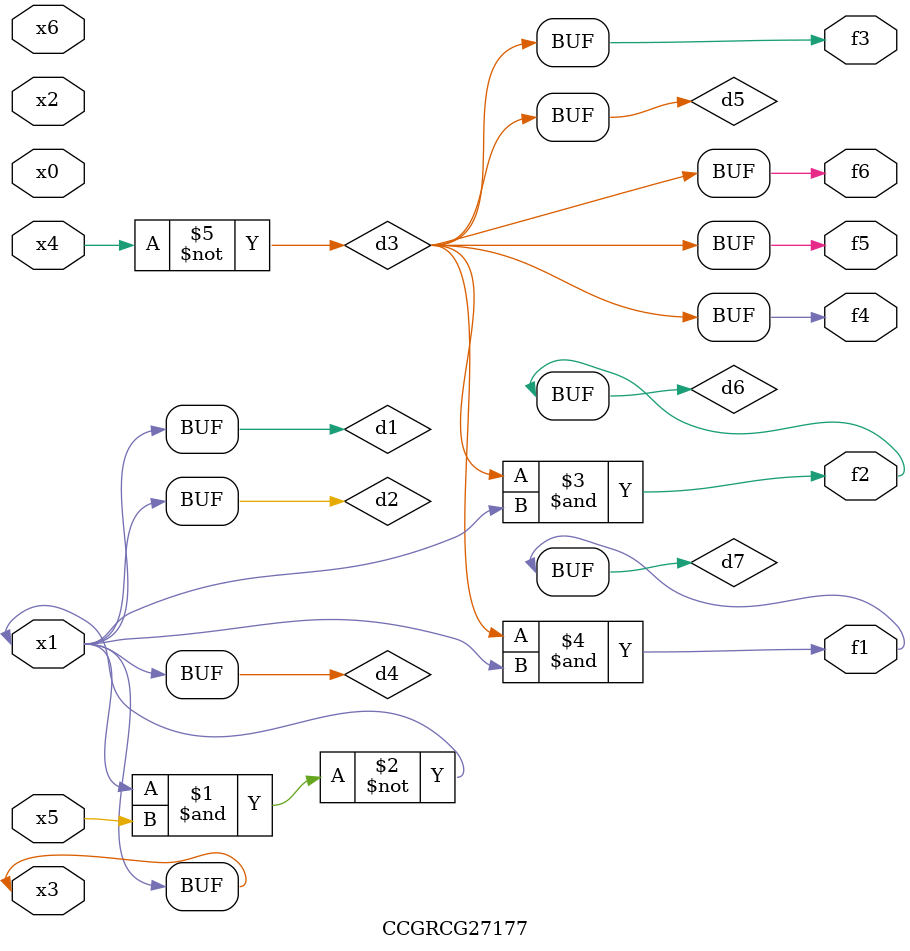
<source format=v>
module CCGRCG27177(
	input x0, x1, x2, x3, x4, x5, x6,
	output f1, f2, f3, f4, f5, f6
);

	wire d1, d2, d3, d4, d5, d6, d7;

	buf (d1, x1, x3);
	nand (d2, x1, x5);
	not (d3, x4);
	buf (d4, d1, d2);
	buf (d5, d3);
	and (d6, d3, d4);
	and (d7, d3, d4);
	assign f1 = d7;
	assign f2 = d6;
	assign f3 = d5;
	assign f4 = d5;
	assign f5 = d5;
	assign f6 = d5;
endmodule

</source>
